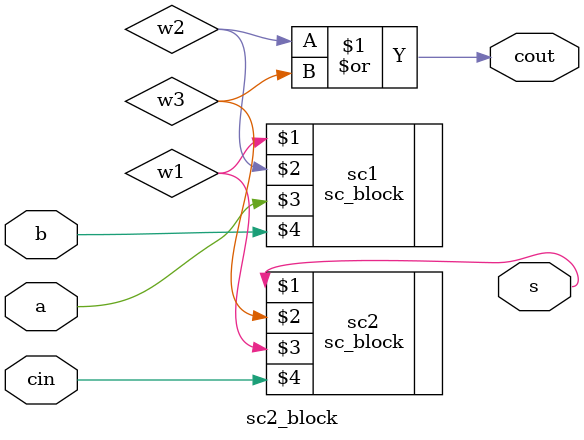
<source format=v>

module sc2_block(s, cout, a, b, cin);
	output s, cout;
	input a, b, cin;
	wire w1, w2, w3;

	sc_block sc1(w1, w2, a, b);
	sc_block sc2(s, w3, w1, cin);
	or or1(cout, w2, w3);

endmodule // sc2_block

</source>
